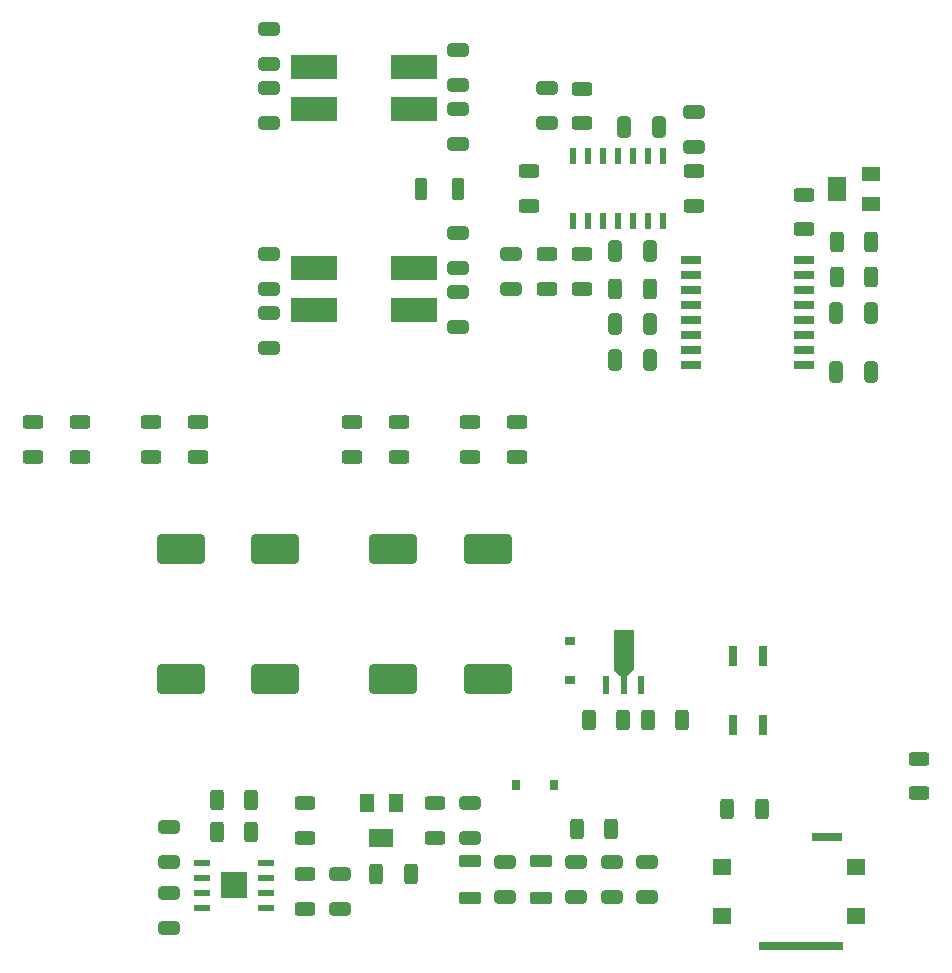
<source format=gtp>
%TF.GenerationSoftware,KiCad,Pcbnew,8.0.2-8.0.2-0~ubuntu22.04.1*%
%TF.CreationDate,2024-05-22T14:53:01-05:00*%
%TF.ProjectId,bias-supply,62696173-2d73-4757-9070-6c792e6b6963,0.1*%
%TF.SameCoordinates,Original*%
%TF.FileFunction,Paste,Top*%
%TF.FilePolarity,Positive*%
%FSLAX46Y46*%
G04 Gerber Fmt 4.6, Leading zero omitted, Abs format (unit mm)*
G04 Created by KiCad (PCBNEW 8.0.2-8.0.2-0~ubuntu22.04.1) date 2024-05-22 14:53:01*
%MOMM*%
%LPD*%
G01*
G04 APERTURE LIST*
G04 Aperture macros list*
%AMRoundRect*
0 Rectangle with rounded corners*
0 $1 Rounding radius*
0 $2 $3 $4 $5 $6 $7 $8 $9 X,Y pos of 4 corners*
0 Add a 4 corners polygon primitive as box body*
4,1,4,$2,$3,$4,$5,$6,$7,$8,$9,$2,$3,0*
0 Add four circle primitives for the rounded corners*
1,1,$1+$1,$2,$3*
1,1,$1+$1,$4,$5*
1,1,$1+$1,$6,$7*
1,1,$1+$1,$8,$9*
0 Add four rect primitives between the rounded corners*
20,1,$1+$1,$2,$3,$4,$5,0*
20,1,$1+$1,$4,$5,$6,$7,0*
20,1,$1+$1,$6,$7,$8,$9,0*
20,1,$1+$1,$8,$9,$2,$3,0*%
G04 Aperture macros list end*
%ADD10C,0.000000*%
%ADD11R,7.086600X0.711200*%
%ADD12R,2.590800X0.711200*%
%ADD13R,1.600200X1.397000*%
%ADD14R,1.461700X0.558800*%
%ADD15R,2.286000X2.286000*%
%ADD16R,0.532600X1.454899*%
%ADD17R,0.762000X1.803400*%
%ADD18RoundRect,0.250000X0.625000X-0.312500X0.625000X0.312500X-0.625000X0.312500X-0.625000X-0.312500X0*%
%ADD19RoundRect,0.250000X-0.650000X0.325000X-0.650000X-0.325000X0.650000X-0.325000X0.650000X0.325000X0*%
%ADD20RoundRect,0.250000X0.650000X-0.325000X0.650000X0.325000X-0.650000X0.325000X-0.650000X-0.325000X0*%
%ADD21R,1.300000X1.600000*%
%ADD22R,2.000000X1.600000*%
%ADD23RoundRect,0.250000X-0.312500X-0.625000X0.312500X-0.625000X0.312500X0.625000X-0.312500X0.625000X0*%
%ADD24RoundRect,0.250000X0.312500X0.625000X-0.312500X0.625000X-0.312500X-0.625000X0.312500X-0.625000X0*%
%ADD25R,4.000000X2.000000*%
%ADD26RoundRect,0.250000X1.750000X1.000000X-1.750000X1.000000X-1.750000X-1.000000X1.750000X-1.000000X0*%
%ADD27RoundRect,0.250000X-1.750000X-1.000000X1.750000X-1.000000X1.750000X1.000000X-1.750000X1.000000X0*%
%ADD28RoundRect,0.250000X-0.625000X0.312500X-0.625000X-0.312500X0.625000X-0.312500X0.625000X0.312500X0*%
%ADD29R,0.889000X0.660400*%
%ADD30R,0.508000X1.625600*%
%ADD31R,0.609600X1.625600*%
%ADD32RoundRect,0.250000X0.325000X0.650000X-0.325000X0.650000X-0.325000X-0.650000X0.325000X-0.650000X0*%
%ADD33RoundRect,0.250000X-0.700000X0.275000X-0.700000X-0.275000X0.700000X-0.275000X0.700000X0.275000X0*%
%ADD34RoundRect,0.250000X0.700000X-0.275000X0.700000X0.275000X-0.700000X0.275000X-0.700000X-0.275000X0*%
%ADD35RoundRect,0.250000X-0.325000X-0.650000X0.325000X-0.650000X0.325000X0.650000X-0.325000X0.650000X0*%
%ADD36R,0.660400X0.889000*%
%ADD37R,1.600000X1.300000*%
%ADD38R,1.600000X2.000000*%
%ADD39RoundRect,0.250000X-0.275000X-0.700000X0.275000X-0.700000X0.275000X0.700000X-0.275000X0.700000X0*%
%ADD40R,1.750000X0.650000*%
G04 APERTURE END LIST*
D10*
%TO.C,Q1*%
G36*
X161850900Y-113758700D02*
G01*
X161304800Y-114304800D01*
X161304800Y-114228600D01*
X160695200Y-114228600D01*
X160695200Y-114304800D01*
X160149100Y-113758700D01*
X160149100Y-110393200D01*
X161850900Y-110393200D01*
X161850900Y-113758700D01*
G37*
%TD*%
D11*
%TO.C,U3*%
X176000000Y-137097400D03*
D12*
X178250000Y-127902600D03*
D13*
X180651500Y-134599998D03*
X169348500Y-134599998D03*
X180651500Y-130400002D03*
X169348500Y-130400002D03*
%TD*%
D14*
%TO.C,U2*%
X130724752Y-133905000D03*
X130724752Y-132635000D03*
X130724752Y-131365000D03*
X130724752Y-130095000D03*
X125275248Y-130095000D03*
X125275248Y-131365000D03*
X125275248Y-132635000D03*
X125275248Y-133905000D03*
D15*
X128000000Y-132000000D03*
%TD*%
D16*
%TO.C,U1*%
X156690000Y-75721348D03*
X157960000Y-75721348D03*
X159230000Y-75721348D03*
X160500000Y-75721348D03*
X161770000Y-75721348D03*
X163040000Y-75721348D03*
X164310000Y-75721348D03*
X164310000Y-70278652D03*
X163040000Y-70278652D03*
X161770000Y-70278652D03*
X160500000Y-70278652D03*
X159230000Y-70278652D03*
X157960000Y-70278652D03*
X156690000Y-70278652D03*
%TD*%
D17*
%TO.C,BR1*%
X170306000Y-118459100D03*
X172806000Y-118459100D03*
X172806000Y-112540900D03*
X170306000Y-112540900D03*
%TD*%
D18*
%TO.C,JP18*%
X148000000Y-95712500D03*
X148000000Y-92787500D03*
%TD*%
D19*
%TO.C,C12*%
X167000000Y-66525000D03*
X167000000Y-69475000D03*
%TD*%
D20*
%TO.C,C1*%
X131000000Y-81475000D03*
X131000000Y-78525000D03*
%TD*%
D21*
%TO.C,RV2*%
X141750000Y-125050000D03*
D22*
X140500000Y-127950000D03*
D21*
X139250000Y-125050000D03*
%TD*%
D23*
%TO.C,R16*%
X157037500Y-127250000D03*
X159962500Y-127250000D03*
%TD*%
D19*
%TO.C,C14*%
X151500000Y-78525000D03*
X151500000Y-81475000D03*
%TD*%
D24*
%TO.C,R9*%
X181962500Y-77500000D03*
X179037500Y-77500000D03*
%TD*%
%TO.C,R8*%
X181962500Y-80500000D03*
X179037500Y-80500000D03*
%TD*%
D18*
%TO.C,JP17*%
X142000000Y-95712500D03*
X142000000Y-92787500D03*
%TD*%
D25*
%TO.C,FL2*%
X134750000Y-62750000D03*
X134750000Y-66250000D03*
X143250000Y-66250000D03*
X143250000Y-62750000D03*
%TD*%
D20*
%TO.C,C23*%
X137000000Y-133975000D03*
X137000000Y-131025000D03*
%TD*%
D26*
%TO.C,C21*%
X131500000Y-114500000D03*
X123500000Y-114500000D03*
%TD*%
D24*
%TO.C,R15*%
X142962500Y-131000000D03*
X140037500Y-131000000D03*
%TD*%
D19*
%TO.C,C22*%
X122500000Y-132635000D03*
X122500000Y-135585000D03*
%TD*%
D24*
%TO.C,R2*%
X163212500Y-81500000D03*
X160287500Y-81500000D03*
%TD*%
D20*
%TO.C,C13*%
X154500000Y-67475000D03*
X154500000Y-64525000D03*
%TD*%
D27*
%TO.C,C18*%
X149500000Y-103500000D03*
X141500000Y-103500000D03*
%TD*%
D28*
%TO.C,R5*%
X153000000Y-71537500D03*
X153000000Y-74462500D03*
%TD*%
D29*
%TO.C,D1*%
X156500000Y-114584200D03*
X156500000Y-111333000D03*
%TD*%
D30*
%TO.C,Q1*%
X162500000Y-115041400D03*
D31*
X161000000Y-115041400D03*
D30*
X159500000Y-115041400D03*
%TD*%
D32*
%TO.C,C17*%
X181975000Y-88500000D03*
X179025000Y-88500000D03*
%TD*%
D33*
%TO.C,FB1*%
X154000000Y-129925000D03*
X154000000Y-133075000D03*
%TD*%
D20*
%TO.C,C26*%
X157000000Y-132975000D03*
X157000000Y-130025000D03*
%TD*%
D34*
%TO.C,L2*%
X148000000Y-133075000D03*
X148000000Y-129925000D03*
%TD*%
D18*
%TO.C,R1*%
X157500000Y-81462500D03*
X157500000Y-78537500D03*
%TD*%
D20*
%TO.C,C8*%
X147000000Y-64200000D03*
X147000000Y-61250000D03*
%TD*%
D35*
%TO.C,C16*%
X160275000Y-87500000D03*
X163225000Y-87500000D03*
%TD*%
D19*
%TO.C,C3*%
X131000000Y-64525000D03*
X131000000Y-67475000D03*
%TD*%
D28*
%TO.C,R4*%
X157500000Y-64537500D03*
X157500000Y-67462500D03*
%TD*%
D18*
%TO.C,R13*%
X134000000Y-127962500D03*
X134000000Y-125037500D03*
%TD*%
D28*
%TO.C,R14*%
X145000000Y-125037500D03*
X145000000Y-127962500D03*
%TD*%
D32*
%TO.C,C9*%
X163225000Y-78250000D03*
X160275000Y-78250000D03*
%TD*%
D19*
%TO.C,C25*%
X151000000Y-130025000D03*
X151000000Y-132975000D03*
%TD*%
D20*
%TO.C,C4*%
X131000000Y-62475000D03*
X131000000Y-59525000D03*
%TD*%
D18*
%TO.C,JP19*%
X152000000Y-95712500D03*
X152000000Y-92787500D03*
%TD*%
%TO.C,JP15*%
X125000000Y-95712500D03*
X125000000Y-92787500D03*
%TD*%
D28*
%TO.C,R7*%
X176275000Y-73537500D03*
X176275000Y-76462500D03*
%TD*%
D18*
%TO.C,R12*%
X134000000Y-133962500D03*
X134000000Y-131037500D03*
%TD*%
D28*
%TO.C,JP11*%
X186000000Y-121287500D03*
X186000000Y-124212500D03*
%TD*%
D18*
%TO.C,JP16*%
X138000000Y-95712500D03*
X138000000Y-92787500D03*
%TD*%
D20*
%TO.C,C28*%
X163000000Y-132975000D03*
X163000000Y-130025000D03*
%TD*%
D19*
%TO.C,C2*%
X131000000Y-83525000D03*
X131000000Y-86475000D03*
%TD*%
D23*
%TO.C,JP9*%
X126537500Y-127500000D03*
X129462500Y-127500000D03*
%TD*%
D20*
%TO.C,C5*%
X147000000Y-79750000D03*
X147000000Y-76800000D03*
%TD*%
D36*
%TO.C,D2*%
X151874400Y-123500000D03*
X155125600Y-123500000D03*
%TD*%
D26*
%TO.C,C20*%
X131500000Y-103500000D03*
X123500000Y-103500000D03*
%TD*%
D24*
%TO.C,JP8*%
X129462500Y-124750000D03*
X126537500Y-124750000D03*
%TD*%
D23*
%TO.C,JP10*%
X169787500Y-125500000D03*
X172712500Y-125500000D03*
%TD*%
D24*
%TO.C,R10*%
X160962500Y-117958600D03*
X158037500Y-117958600D03*
%TD*%
D37*
%TO.C,RV1*%
X181950000Y-74306000D03*
D38*
X179050000Y-73056000D03*
D37*
X181950000Y-71806000D03*
%TD*%
D32*
%TO.C,C10*%
X163975000Y-67750000D03*
X161025000Y-67750000D03*
%TD*%
D18*
%TO.C,JP13*%
X115000000Y-95712500D03*
X115000000Y-92787500D03*
%TD*%
D19*
%TO.C,C6*%
X147000000Y-81800000D03*
X147000000Y-84750000D03*
%TD*%
D35*
%TO.C,C11*%
X160275000Y-84500000D03*
X163225000Y-84500000D03*
%TD*%
D25*
%TO.C,FL1*%
X134750000Y-79750000D03*
X134750000Y-83250000D03*
X143250000Y-83250000D03*
X143250000Y-79750000D03*
%TD*%
D32*
%TO.C,C15*%
X181975000Y-83500000D03*
X179025000Y-83500000D03*
%TD*%
D39*
%TO.C,L1*%
X143850000Y-73000000D03*
X147000000Y-73000000D03*
%TD*%
D20*
%TO.C,C24*%
X148000000Y-127975000D03*
X148000000Y-125025000D03*
%TD*%
%TO.C,C27*%
X160000000Y-132975000D03*
X160000000Y-130025000D03*
%TD*%
D19*
%TO.C,C7*%
X147000000Y-66250000D03*
X147000000Y-69200000D03*
%TD*%
D27*
%TO.C,C19*%
X141500000Y-114500000D03*
X149500000Y-114500000D03*
%TD*%
D40*
%TO.C,IC1*%
X176275000Y-87945000D03*
X176275000Y-86675000D03*
X176275000Y-85405000D03*
X176275000Y-84135000D03*
X176275000Y-82865000D03*
X176275000Y-81595000D03*
X176275000Y-80325000D03*
X176275000Y-79055000D03*
X166725000Y-79055000D03*
X166725000Y-80325000D03*
X166725000Y-81595000D03*
X166725000Y-82865000D03*
X166725000Y-84135000D03*
X166725000Y-85405000D03*
X166725000Y-86675000D03*
X166725000Y-87945000D03*
%TD*%
D18*
%TO.C,R6*%
X154500000Y-81462500D03*
X154500000Y-78537500D03*
%TD*%
D23*
%TO.C,R11*%
X163037500Y-117958600D03*
X165962500Y-117958600D03*
%TD*%
D28*
%TO.C,R3*%
X167000000Y-71537500D03*
X167000000Y-74462500D03*
%TD*%
D18*
%TO.C,JP14*%
X121000000Y-95712500D03*
X121000000Y-92787500D03*
%TD*%
D20*
%TO.C,JP7*%
X122500000Y-130000000D03*
X122500000Y-127050000D03*
%TD*%
D18*
%TO.C,JP12*%
X111000000Y-95712500D03*
X111000000Y-92787500D03*
%TD*%
M02*

</source>
